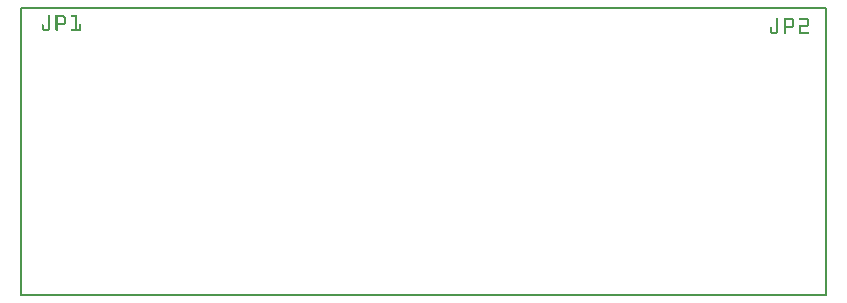
<source format=gbo>
G04 MADE WITH FRITZING*
G04 WWW.FRITZING.ORG*
G04 DOUBLE SIDED*
G04 HOLES PLATED*
G04 CONTOUR ON CENTER OF CONTOUR VECTOR*
%ASAXBY*%
%FSLAX23Y23*%
%MOIN*%
%OFA0B0*%
%SFA1.0B1.0*%
%ADD10R,2.690290X0.961961X2.674290X0.945961*%
%ADD11C,0.008000*%
%ADD12C,0.005000*%
%ADD13R,0.001000X0.001000*%
%LNSILK0*%
G90*
G70*
G54D11*
X4Y958D02*
X2686Y958D01*
X2686Y4D01*
X4Y4D01*
X4Y958D01*
D02*
G54D12*
X2686Y419D02*
X2686Y819D01*
G54D13*
X94Y935D02*
X96Y935D01*
X119Y935D02*
X144Y935D01*
X171Y935D02*
X188Y935D01*
X93Y934D02*
X98Y934D01*
X118Y934D02*
X147Y934D01*
X169Y934D02*
X188Y934D01*
X93Y933D02*
X98Y933D01*
X118Y933D02*
X148Y933D01*
X169Y933D02*
X188Y933D01*
X92Y932D02*
X98Y932D01*
X118Y932D02*
X149Y932D01*
X169Y932D02*
X188Y932D01*
X92Y931D02*
X98Y931D01*
X118Y931D02*
X150Y931D01*
X169Y931D02*
X188Y931D01*
X92Y930D02*
X98Y930D01*
X118Y930D02*
X151Y930D01*
X169Y930D02*
X188Y930D01*
X92Y929D02*
X98Y929D01*
X118Y929D02*
X151Y929D01*
X170Y929D02*
X188Y929D01*
X92Y928D02*
X98Y928D01*
X118Y928D02*
X125Y928D01*
X144Y928D02*
X152Y928D01*
X182Y928D02*
X188Y928D01*
X92Y927D02*
X98Y927D01*
X118Y927D02*
X125Y927D01*
X145Y927D02*
X152Y927D01*
X182Y927D02*
X188Y927D01*
X92Y926D02*
X98Y926D01*
X118Y926D02*
X125Y926D01*
X146Y926D02*
X152Y926D01*
X182Y926D02*
X188Y926D01*
X2522Y926D02*
X2523Y926D01*
X2546Y926D02*
X2570Y926D01*
X2598Y926D02*
X2624Y926D01*
X92Y925D02*
X98Y925D01*
X118Y925D02*
X125Y925D01*
X146Y925D02*
X152Y925D01*
X182Y925D02*
X188Y925D01*
X2520Y925D02*
X2524Y925D01*
X2545Y925D02*
X2573Y925D01*
X2597Y925D02*
X2626Y925D01*
X92Y924D02*
X98Y924D01*
X118Y924D02*
X125Y924D01*
X146Y924D02*
X152Y924D01*
X182Y924D02*
X188Y924D01*
X2520Y924D02*
X2525Y924D01*
X2545Y924D02*
X2575Y924D01*
X2596Y924D02*
X2627Y924D01*
X92Y923D02*
X98Y923D01*
X118Y923D02*
X125Y923D01*
X146Y923D02*
X152Y923D01*
X182Y923D02*
X188Y923D01*
X2519Y923D02*
X2525Y923D01*
X2545Y923D02*
X2576Y923D01*
X2596Y923D02*
X2628Y923D01*
X92Y922D02*
X98Y922D01*
X118Y922D02*
X125Y922D01*
X146Y922D02*
X152Y922D01*
X182Y922D02*
X188Y922D01*
X2519Y922D02*
X2525Y922D01*
X2545Y922D02*
X2577Y922D01*
X2596Y922D02*
X2629Y922D01*
X92Y921D02*
X98Y921D01*
X118Y921D02*
X125Y921D01*
X146Y921D02*
X152Y921D01*
X182Y921D02*
X188Y921D01*
X2519Y921D02*
X2525Y921D01*
X2545Y921D02*
X2578Y921D01*
X2596Y921D02*
X2629Y921D01*
X92Y920D02*
X98Y920D01*
X118Y920D02*
X125Y920D01*
X146Y920D02*
X152Y920D01*
X182Y920D02*
X188Y920D01*
X2519Y920D02*
X2525Y920D01*
X2545Y920D02*
X2578Y920D01*
X2597Y920D02*
X2629Y920D01*
X92Y919D02*
X98Y919D01*
X118Y919D02*
X125Y919D01*
X146Y919D02*
X152Y919D01*
X182Y919D02*
X188Y919D01*
X2519Y919D02*
X2525Y919D01*
X2545Y919D02*
X2552Y919D01*
X2570Y919D02*
X2579Y919D01*
X2623Y919D02*
X2629Y919D01*
X92Y918D02*
X98Y918D01*
X118Y918D02*
X125Y918D01*
X146Y918D02*
X152Y918D01*
X182Y918D02*
X188Y918D01*
X2519Y918D02*
X2525Y918D01*
X2545Y918D02*
X2552Y918D01*
X2572Y918D02*
X2579Y918D01*
X2623Y918D02*
X2629Y918D01*
X92Y917D02*
X98Y917D01*
X118Y917D02*
X125Y917D01*
X146Y917D02*
X152Y917D01*
X182Y917D02*
X188Y917D01*
X2519Y917D02*
X2525Y917D01*
X2545Y917D02*
X2552Y917D01*
X2573Y917D02*
X2579Y917D01*
X2623Y917D02*
X2629Y917D01*
X92Y916D02*
X98Y916D01*
X118Y916D02*
X125Y916D01*
X146Y916D02*
X152Y916D01*
X182Y916D02*
X188Y916D01*
X2519Y916D02*
X2525Y916D01*
X2545Y916D02*
X2552Y916D01*
X2573Y916D02*
X2579Y916D01*
X2623Y916D02*
X2629Y916D01*
X92Y915D02*
X98Y915D01*
X118Y915D02*
X125Y915D01*
X146Y915D02*
X152Y915D01*
X182Y915D02*
X188Y915D01*
X2519Y915D02*
X2525Y915D01*
X2545Y915D02*
X2552Y915D01*
X2573Y915D02*
X2579Y915D01*
X2623Y915D02*
X2629Y915D01*
X92Y914D02*
X98Y914D01*
X118Y914D02*
X125Y914D01*
X146Y914D02*
X152Y914D01*
X182Y914D02*
X188Y914D01*
X2519Y914D02*
X2525Y914D01*
X2545Y914D02*
X2552Y914D01*
X2573Y914D02*
X2579Y914D01*
X2623Y914D02*
X2629Y914D01*
X92Y913D02*
X98Y913D01*
X118Y913D02*
X125Y913D01*
X146Y913D02*
X152Y913D01*
X182Y913D02*
X188Y913D01*
X2519Y913D02*
X2525Y913D01*
X2545Y913D02*
X2552Y913D01*
X2573Y913D02*
X2579Y913D01*
X2623Y913D02*
X2629Y913D01*
X92Y912D02*
X98Y912D01*
X118Y912D02*
X125Y912D01*
X146Y912D02*
X152Y912D01*
X182Y912D02*
X188Y912D01*
X2519Y912D02*
X2525Y912D01*
X2545Y912D02*
X2552Y912D01*
X2573Y912D02*
X2579Y912D01*
X2623Y912D02*
X2629Y912D01*
X92Y911D02*
X98Y911D01*
X118Y911D02*
X125Y911D01*
X146Y911D02*
X152Y911D01*
X182Y911D02*
X188Y911D01*
X2519Y911D02*
X2525Y911D01*
X2545Y911D02*
X2552Y911D01*
X2573Y911D02*
X2579Y911D01*
X2623Y911D02*
X2629Y911D01*
X92Y910D02*
X98Y910D01*
X118Y910D02*
X125Y910D01*
X145Y910D02*
X152Y910D01*
X182Y910D02*
X188Y910D01*
X2519Y910D02*
X2525Y910D01*
X2545Y910D02*
X2552Y910D01*
X2573Y910D02*
X2579Y910D01*
X2623Y910D02*
X2629Y910D01*
X92Y909D02*
X98Y909D01*
X118Y909D02*
X125Y909D01*
X143Y909D02*
X151Y909D01*
X182Y909D02*
X188Y909D01*
X2519Y909D02*
X2525Y909D01*
X2545Y909D02*
X2552Y909D01*
X2573Y909D02*
X2579Y909D01*
X2623Y909D02*
X2629Y909D01*
X92Y908D02*
X98Y908D01*
X118Y908D02*
X151Y908D01*
X182Y908D02*
X188Y908D01*
X2519Y908D02*
X2525Y908D01*
X2545Y908D02*
X2552Y908D01*
X2573Y908D02*
X2579Y908D01*
X2623Y908D02*
X2629Y908D01*
X92Y907D02*
X98Y907D01*
X118Y907D02*
X151Y907D01*
X182Y907D02*
X188Y907D01*
X2519Y907D02*
X2525Y907D01*
X2545Y907D02*
X2552Y907D01*
X2573Y907D02*
X2579Y907D01*
X2623Y907D02*
X2629Y907D01*
X92Y906D02*
X98Y906D01*
X118Y906D02*
X150Y906D01*
X182Y906D02*
X188Y906D01*
X2519Y906D02*
X2525Y906D01*
X2545Y906D02*
X2552Y906D01*
X2573Y906D02*
X2579Y906D01*
X2623Y906D02*
X2629Y906D01*
X73Y905D02*
X77Y905D01*
X92Y905D02*
X98Y905D01*
X118Y905D02*
X149Y905D01*
X182Y905D02*
X188Y905D01*
X197Y905D02*
X201Y905D01*
X2519Y905D02*
X2525Y905D01*
X2545Y905D02*
X2552Y905D01*
X2573Y905D02*
X2579Y905D01*
X2623Y905D02*
X2629Y905D01*
X72Y904D02*
X77Y904D01*
X92Y904D02*
X98Y904D01*
X118Y904D02*
X148Y904D01*
X182Y904D02*
X188Y904D01*
X197Y904D02*
X202Y904D01*
X2519Y904D02*
X2525Y904D01*
X2545Y904D02*
X2552Y904D01*
X2573Y904D02*
X2579Y904D01*
X2623Y904D02*
X2629Y904D01*
X72Y903D02*
X78Y903D01*
X92Y903D02*
X98Y903D01*
X118Y903D02*
X146Y903D01*
X182Y903D02*
X188Y903D01*
X196Y903D02*
X202Y903D01*
X2519Y903D02*
X2525Y903D01*
X2545Y903D02*
X2552Y903D01*
X2573Y903D02*
X2579Y903D01*
X2623Y903D02*
X2629Y903D01*
X72Y902D02*
X78Y902D01*
X92Y902D02*
X98Y902D01*
X118Y902D02*
X143Y902D01*
X182Y902D02*
X188Y902D01*
X196Y902D02*
X202Y902D01*
X2519Y902D02*
X2525Y902D01*
X2545Y902D02*
X2552Y902D01*
X2573Y902D02*
X2579Y902D01*
X2600Y902D02*
X2629Y902D01*
X72Y901D02*
X78Y901D01*
X92Y901D02*
X98Y901D01*
X118Y901D02*
X125Y901D01*
X182Y901D02*
X188Y901D01*
X196Y901D02*
X202Y901D01*
X2519Y901D02*
X2525Y901D01*
X2545Y901D02*
X2552Y901D01*
X2572Y901D02*
X2579Y901D01*
X2598Y901D02*
X2629Y901D01*
X72Y900D02*
X78Y900D01*
X92Y900D02*
X98Y900D01*
X118Y900D02*
X125Y900D01*
X182Y900D02*
X188Y900D01*
X196Y900D02*
X202Y900D01*
X2519Y900D02*
X2525Y900D01*
X2545Y900D02*
X2552Y900D01*
X2571Y900D02*
X2579Y900D01*
X2597Y900D02*
X2629Y900D01*
X72Y899D02*
X78Y899D01*
X92Y899D02*
X98Y899D01*
X118Y899D02*
X125Y899D01*
X182Y899D02*
X188Y899D01*
X196Y899D02*
X202Y899D01*
X2519Y899D02*
X2525Y899D01*
X2545Y899D02*
X2578Y899D01*
X2597Y899D02*
X2628Y899D01*
X72Y898D02*
X78Y898D01*
X92Y898D02*
X98Y898D01*
X118Y898D02*
X125Y898D01*
X182Y898D02*
X188Y898D01*
X196Y898D02*
X202Y898D01*
X2519Y898D02*
X2525Y898D01*
X2545Y898D02*
X2578Y898D01*
X2596Y898D02*
X2627Y898D01*
X72Y897D02*
X78Y897D01*
X92Y897D02*
X98Y897D01*
X118Y897D02*
X125Y897D01*
X182Y897D02*
X188Y897D01*
X196Y897D02*
X202Y897D01*
X2519Y897D02*
X2525Y897D01*
X2545Y897D02*
X2577Y897D01*
X2596Y897D02*
X2626Y897D01*
X72Y896D02*
X78Y896D01*
X92Y896D02*
X98Y896D01*
X118Y896D02*
X125Y896D01*
X182Y896D02*
X188Y896D01*
X196Y896D02*
X202Y896D01*
X2500Y896D02*
X2503Y896D01*
X2519Y896D02*
X2525Y896D01*
X2545Y896D02*
X2576Y896D01*
X2596Y896D02*
X2624Y896D01*
X72Y895D02*
X78Y895D01*
X92Y895D02*
X98Y895D01*
X118Y895D02*
X125Y895D01*
X182Y895D02*
X188Y895D01*
X196Y895D02*
X202Y895D01*
X2499Y895D02*
X2504Y895D01*
X2519Y895D02*
X2525Y895D01*
X2545Y895D02*
X2575Y895D01*
X2596Y895D02*
X2602Y895D01*
X72Y894D02*
X78Y894D01*
X92Y894D02*
X98Y894D01*
X118Y894D02*
X125Y894D01*
X182Y894D02*
X188Y894D01*
X196Y894D02*
X202Y894D01*
X2499Y894D02*
X2505Y894D01*
X2519Y894D02*
X2525Y894D01*
X2545Y894D02*
X2574Y894D01*
X2596Y894D02*
X2602Y894D01*
X72Y893D02*
X78Y893D01*
X92Y893D02*
X98Y893D01*
X118Y893D02*
X125Y893D01*
X182Y893D02*
X188Y893D01*
X196Y893D02*
X202Y893D01*
X2499Y893D02*
X2505Y893D01*
X2519Y893D02*
X2525Y893D01*
X2545Y893D02*
X2571Y893D01*
X2596Y893D02*
X2602Y893D01*
X72Y892D02*
X78Y892D01*
X92Y892D02*
X98Y892D01*
X118Y892D02*
X125Y892D01*
X182Y892D02*
X188Y892D01*
X196Y892D02*
X202Y892D01*
X2499Y892D02*
X2505Y892D01*
X2519Y892D02*
X2525Y892D01*
X2545Y892D02*
X2552Y892D01*
X2596Y892D02*
X2602Y892D01*
X72Y891D02*
X78Y891D01*
X92Y891D02*
X98Y891D01*
X118Y891D02*
X125Y891D01*
X182Y891D02*
X188Y891D01*
X196Y891D02*
X202Y891D01*
X2499Y891D02*
X2505Y891D01*
X2519Y891D02*
X2525Y891D01*
X2545Y891D02*
X2552Y891D01*
X2596Y891D02*
X2602Y891D01*
X72Y890D02*
X78Y890D01*
X92Y890D02*
X98Y890D01*
X118Y890D02*
X125Y890D01*
X182Y890D02*
X188Y890D01*
X196Y890D02*
X202Y890D01*
X2499Y890D02*
X2505Y890D01*
X2519Y890D02*
X2525Y890D01*
X2545Y890D02*
X2552Y890D01*
X2596Y890D02*
X2602Y890D01*
X72Y889D02*
X79Y889D01*
X91Y889D02*
X98Y889D01*
X118Y889D02*
X125Y889D01*
X182Y889D02*
X188Y889D01*
X196Y889D02*
X202Y889D01*
X2499Y889D02*
X2505Y889D01*
X2519Y889D02*
X2525Y889D01*
X2545Y889D02*
X2552Y889D01*
X2596Y889D02*
X2602Y889D01*
X72Y888D02*
X98Y888D01*
X118Y888D02*
X125Y888D01*
X171Y888D02*
X202Y888D01*
X2499Y888D02*
X2505Y888D01*
X2519Y888D02*
X2525Y888D01*
X2545Y888D02*
X2552Y888D01*
X2596Y888D02*
X2602Y888D01*
X73Y887D02*
X97Y887D01*
X118Y887D02*
X125Y887D01*
X170Y887D02*
X202Y887D01*
X2499Y887D02*
X2505Y887D01*
X2519Y887D02*
X2525Y887D01*
X2545Y887D02*
X2552Y887D01*
X2596Y887D02*
X2602Y887D01*
X73Y886D02*
X97Y886D01*
X118Y886D02*
X125Y886D01*
X169Y886D02*
X202Y886D01*
X2499Y886D02*
X2505Y886D01*
X2519Y886D02*
X2525Y886D01*
X2545Y886D02*
X2552Y886D01*
X2596Y886D02*
X2602Y886D01*
X74Y885D02*
X96Y885D01*
X119Y885D02*
X125Y885D01*
X169Y885D02*
X202Y885D01*
X2499Y885D02*
X2505Y885D01*
X2519Y885D02*
X2525Y885D01*
X2545Y885D02*
X2552Y885D01*
X2596Y885D02*
X2602Y885D01*
X75Y884D02*
X95Y884D01*
X119Y884D02*
X124Y884D01*
X169Y884D02*
X202Y884D01*
X2499Y884D02*
X2505Y884D01*
X2519Y884D02*
X2525Y884D01*
X2545Y884D02*
X2552Y884D01*
X2596Y884D02*
X2602Y884D01*
X77Y883D02*
X94Y883D01*
X119Y883D02*
X124Y883D01*
X169Y883D02*
X202Y883D01*
X2499Y883D02*
X2505Y883D01*
X2519Y883D02*
X2525Y883D01*
X2545Y883D02*
X2552Y883D01*
X2596Y883D02*
X2602Y883D01*
X78Y882D02*
X92Y882D01*
X120Y882D02*
X123Y882D01*
X170Y882D02*
X201Y882D01*
X2499Y882D02*
X2505Y882D01*
X2519Y882D02*
X2525Y882D01*
X2545Y882D02*
X2552Y882D01*
X2596Y882D02*
X2602Y882D01*
X2499Y881D02*
X2505Y881D01*
X2519Y881D02*
X2525Y881D01*
X2545Y881D02*
X2552Y881D01*
X2596Y881D02*
X2602Y881D01*
X2499Y880D02*
X2506Y880D01*
X2518Y880D02*
X2525Y880D01*
X2545Y880D02*
X2552Y880D01*
X2596Y880D02*
X2602Y880D01*
X2499Y879D02*
X2525Y879D01*
X2545Y879D02*
X2552Y879D01*
X2596Y879D02*
X2626Y879D01*
X2500Y878D02*
X2524Y878D01*
X2545Y878D02*
X2552Y878D01*
X2596Y878D02*
X2628Y878D01*
X2500Y877D02*
X2524Y877D01*
X2545Y877D02*
X2552Y877D01*
X2596Y877D02*
X2629Y877D01*
X2501Y876D02*
X2523Y876D01*
X2545Y876D02*
X2552Y876D01*
X2596Y876D02*
X2629Y876D01*
X2502Y875D02*
X2522Y875D01*
X2546Y875D02*
X2551Y875D01*
X2596Y875D02*
X2629Y875D01*
X2503Y874D02*
X2521Y874D01*
X2546Y874D02*
X2551Y874D01*
X2596Y874D02*
X2629Y874D01*
X2505Y873D02*
X2519Y873D01*
X2547Y873D02*
X2550Y873D01*
X2596Y873D02*
X2628Y873D01*
D02*
G04 End of Silk0*
M02*
</source>
